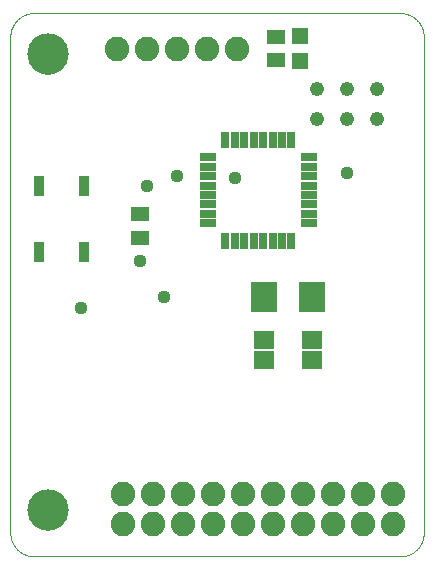
<source format=gts>
G75*
%MOIN*%
%OFA0B0*%
%FSLAX25Y25*%
%IPPOS*%
%LPD*%
%AMOC8*
5,1,8,0,0,1.08239X$1,22.5*
%
%ADD10C,0.00000*%
%ADD11C,0.08200*%
%ADD12C,0.04808*%
%ADD13R,0.06312X0.05131*%
%ADD14R,0.05524X0.05524*%
%ADD15R,0.03800X0.06800*%
%ADD16R,0.03000X0.05800*%
%ADD17R,0.05800X0.03000*%
%ADD18R,0.08674X0.10249*%
%ADD19R,0.06706X0.05918*%
%ADD20C,0.13800*%
%ADD21C,0.04369*%
D10*
X0001500Y0009374D02*
X0001500Y0174728D01*
X0001502Y0174918D01*
X0001509Y0175108D01*
X0001521Y0175298D01*
X0001537Y0175488D01*
X0001557Y0175677D01*
X0001583Y0175866D01*
X0001612Y0176054D01*
X0001647Y0176241D01*
X0001686Y0176427D01*
X0001729Y0176612D01*
X0001777Y0176797D01*
X0001829Y0176980D01*
X0001885Y0177161D01*
X0001946Y0177341D01*
X0002012Y0177520D01*
X0002081Y0177697D01*
X0002155Y0177873D01*
X0002233Y0178046D01*
X0002316Y0178218D01*
X0002402Y0178387D01*
X0002492Y0178555D01*
X0002587Y0178720D01*
X0002685Y0178883D01*
X0002788Y0179043D01*
X0002894Y0179201D01*
X0003004Y0179356D01*
X0003117Y0179509D01*
X0003235Y0179659D01*
X0003356Y0179805D01*
X0003480Y0179949D01*
X0003608Y0180090D01*
X0003739Y0180228D01*
X0003874Y0180363D01*
X0004012Y0180494D01*
X0004153Y0180622D01*
X0004297Y0180746D01*
X0004443Y0180867D01*
X0004593Y0180985D01*
X0004746Y0181098D01*
X0004901Y0181208D01*
X0005059Y0181314D01*
X0005219Y0181417D01*
X0005382Y0181515D01*
X0005547Y0181610D01*
X0005715Y0181700D01*
X0005884Y0181786D01*
X0006056Y0181869D01*
X0006229Y0181947D01*
X0006405Y0182021D01*
X0006582Y0182090D01*
X0006761Y0182156D01*
X0006941Y0182217D01*
X0007122Y0182273D01*
X0007305Y0182325D01*
X0007490Y0182373D01*
X0007675Y0182416D01*
X0007861Y0182455D01*
X0008048Y0182490D01*
X0008236Y0182519D01*
X0008425Y0182545D01*
X0008614Y0182565D01*
X0008804Y0182581D01*
X0008994Y0182593D01*
X0009184Y0182600D01*
X0009374Y0182602D01*
X0131421Y0182602D01*
X0131611Y0182600D01*
X0131801Y0182593D01*
X0131991Y0182581D01*
X0132181Y0182565D01*
X0132370Y0182545D01*
X0132559Y0182519D01*
X0132747Y0182490D01*
X0132934Y0182455D01*
X0133120Y0182416D01*
X0133305Y0182373D01*
X0133490Y0182325D01*
X0133673Y0182273D01*
X0133854Y0182217D01*
X0134034Y0182156D01*
X0134213Y0182090D01*
X0134390Y0182021D01*
X0134566Y0181947D01*
X0134739Y0181869D01*
X0134911Y0181786D01*
X0135080Y0181700D01*
X0135248Y0181610D01*
X0135413Y0181515D01*
X0135576Y0181417D01*
X0135736Y0181314D01*
X0135894Y0181208D01*
X0136049Y0181098D01*
X0136202Y0180985D01*
X0136352Y0180867D01*
X0136498Y0180746D01*
X0136642Y0180622D01*
X0136783Y0180494D01*
X0136921Y0180363D01*
X0137056Y0180228D01*
X0137187Y0180090D01*
X0137315Y0179949D01*
X0137439Y0179805D01*
X0137560Y0179659D01*
X0137678Y0179509D01*
X0137791Y0179356D01*
X0137901Y0179201D01*
X0138007Y0179043D01*
X0138110Y0178883D01*
X0138208Y0178720D01*
X0138303Y0178555D01*
X0138393Y0178387D01*
X0138479Y0178218D01*
X0138562Y0178046D01*
X0138640Y0177873D01*
X0138714Y0177697D01*
X0138783Y0177520D01*
X0138849Y0177341D01*
X0138910Y0177161D01*
X0138966Y0176980D01*
X0139018Y0176797D01*
X0139066Y0176612D01*
X0139109Y0176427D01*
X0139148Y0176241D01*
X0139183Y0176054D01*
X0139212Y0175866D01*
X0139238Y0175677D01*
X0139258Y0175488D01*
X0139274Y0175298D01*
X0139286Y0175108D01*
X0139293Y0174918D01*
X0139295Y0174728D01*
X0139295Y0009374D01*
X0139293Y0009184D01*
X0139286Y0008994D01*
X0139274Y0008804D01*
X0139258Y0008614D01*
X0139238Y0008425D01*
X0139212Y0008236D01*
X0139183Y0008048D01*
X0139148Y0007861D01*
X0139109Y0007675D01*
X0139066Y0007490D01*
X0139018Y0007305D01*
X0138966Y0007122D01*
X0138910Y0006941D01*
X0138849Y0006761D01*
X0138783Y0006582D01*
X0138714Y0006405D01*
X0138640Y0006229D01*
X0138562Y0006056D01*
X0138479Y0005884D01*
X0138393Y0005715D01*
X0138303Y0005547D01*
X0138208Y0005382D01*
X0138110Y0005219D01*
X0138007Y0005059D01*
X0137901Y0004901D01*
X0137791Y0004746D01*
X0137678Y0004593D01*
X0137560Y0004443D01*
X0137439Y0004297D01*
X0137315Y0004153D01*
X0137187Y0004012D01*
X0137056Y0003874D01*
X0136921Y0003739D01*
X0136783Y0003608D01*
X0136642Y0003480D01*
X0136498Y0003356D01*
X0136352Y0003235D01*
X0136202Y0003117D01*
X0136049Y0003004D01*
X0135894Y0002894D01*
X0135736Y0002788D01*
X0135576Y0002685D01*
X0135413Y0002587D01*
X0135248Y0002492D01*
X0135080Y0002402D01*
X0134911Y0002316D01*
X0134739Y0002233D01*
X0134566Y0002155D01*
X0134390Y0002081D01*
X0134213Y0002012D01*
X0134034Y0001946D01*
X0133854Y0001885D01*
X0133673Y0001829D01*
X0133490Y0001777D01*
X0133305Y0001729D01*
X0133120Y0001686D01*
X0132934Y0001647D01*
X0132747Y0001612D01*
X0132559Y0001583D01*
X0132370Y0001557D01*
X0132181Y0001537D01*
X0131991Y0001521D01*
X0131801Y0001509D01*
X0131611Y0001502D01*
X0131421Y0001500D01*
X0009374Y0001500D01*
X0009184Y0001502D01*
X0008994Y0001509D01*
X0008804Y0001521D01*
X0008614Y0001537D01*
X0008425Y0001557D01*
X0008236Y0001583D01*
X0008048Y0001612D01*
X0007861Y0001647D01*
X0007675Y0001686D01*
X0007490Y0001729D01*
X0007305Y0001777D01*
X0007122Y0001829D01*
X0006941Y0001885D01*
X0006761Y0001946D01*
X0006582Y0002012D01*
X0006405Y0002081D01*
X0006229Y0002155D01*
X0006056Y0002233D01*
X0005884Y0002316D01*
X0005715Y0002402D01*
X0005547Y0002492D01*
X0005382Y0002587D01*
X0005219Y0002685D01*
X0005059Y0002788D01*
X0004901Y0002894D01*
X0004746Y0003004D01*
X0004593Y0003117D01*
X0004443Y0003235D01*
X0004297Y0003356D01*
X0004153Y0003480D01*
X0004012Y0003608D01*
X0003874Y0003739D01*
X0003739Y0003874D01*
X0003608Y0004012D01*
X0003480Y0004153D01*
X0003356Y0004297D01*
X0003235Y0004443D01*
X0003117Y0004593D01*
X0003004Y0004746D01*
X0002894Y0004901D01*
X0002788Y0005059D01*
X0002685Y0005219D01*
X0002587Y0005382D01*
X0002492Y0005547D01*
X0002402Y0005715D01*
X0002316Y0005884D01*
X0002233Y0006056D01*
X0002155Y0006229D01*
X0002081Y0006405D01*
X0002012Y0006582D01*
X0001946Y0006761D01*
X0001885Y0006941D01*
X0001829Y0007122D01*
X0001777Y0007305D01*
X0001729Y0007490D01*
X0001686Y0007675D01*
X0001647Y0007861D01*
X0001612Y0008048D01*
X0001583Y0008236D01*
X0001557Y0008425D01*
X0001537Y0008614D01*
X0001521Y0008804D01*
X0001509Y0008994D01*
X0001502Y0009184D01*
X0001500Y0009374D01*
X0007441Y0016953D02*
X0007443Y0017114D01*
X0007449Y0017274D01*
X0007459Y0017435D01*
X0007473Y0017595D01*
X0007491Y0017755D01*
X0007512Y0017914D01*
X0007538Y0018073D01*
X0007568Y0018231D01*
X0007601Y0018388D01*
X0007639Y0018545D01*
X0007680Y0018700D01*
X0007725Y0018854D01*
X0007774Y0019007D01*
X0007827Y0019159D01*
X0007883Y0019310D01*
X0007944Y0019459D01*
X0008007Y0019607D01*
X0008075Y0019753D01*
X0008146Y0019897D01*
X0008220Y0020039D01*
X0008298Y0020180D01*
X0008380Y0020318D01*
X0008465Y0020455D01*
X0008553Y0020589D01*
X0008645Y0020721D01*
X0008740Y0020851D01*
X0008838Y0020979D01*
X0008939Y0021104D01*
X0009043Y0021226D01*
X0009150Y0021346D01*
X0009260Y0021463D01*
X0009373Y0021578D01*
X0009489Y0021689D01*
X0009608Y0021798D01*
X0009729Y0021903D01*
X0009853Y0022006D01*
X0009979Y0022106D01*
X0010107Y0022202D01*
X0010238Y0022295D01*
X0010372Y0022385D01*
X0010507Y0022472D01*
X0010645Y0022555D01*
X0010784Y0022635D01*
X0010926Y0022711D01*
X0011069Y0022784D01*
X0011214Y0022853D01*
X0011361Y0022919D01*
X0011509Y0022981D01*
X0011659Y0023039D01*
X0011810Y0023094D01*
X0011963Y0023145D01*
X0012117Y0023192D01*
X0012272Y0023235D01*
X0012428Y0023274D01*
X0012584Y0023310D01*
X0012742Y0023341D01*
X0012900Y0023369D01*
X0013059Y0023393D01*
X0013219Y0023413D01*
X0013379Y0023429D01*
X0013539Y0023441D01*
X0013700Y0023449D01*
X0013861Y0023453D01*
X0014021Y0023453D01*
X0014182Y0023449D01*
X0014343Y0023441D01*
X0014503Y0023429D01*
X0014663Y0023413D01*
X0014823Y0023393D01*
X0014982Y0023369D01*
X0015140Y0023341D01*
X0015298Y0023310D01*
X0015454Y0023274D01*
X0015610Y0023235D01*
X0015765Y0023192D01*
X0015919Y0023145D01*
X0016072Y0023094D01*
X0016223Y0023039D01*
X0016373Y0022981D01*
X0016521Y0022919D01*
X0016668Y0022853D01*
X0016813Y0022784D01*
X0016956Y0022711D01*
X0017098Y0022635D01*
X0017237Y0022555D01*
X0017375Y0022472D01*
X0017510Y0022385D01*
X0017644Y0022295D01*
X0017775Y0022202D01*
X0017903Y0022106D01*
X0018029Y0022006D01*
X0018153Y0021903D01*
X0018274Y0021798D01*
X0018393Y0021689D01*
X0018509Y0021578D01*
X0018622Y0021463D01*
X0018732Y0021346D01*
X0018839Y0021226D01*
X0018943Y0021104D01*
X0019044Y0020979D01*
X0019142Y0020851D01*
X0019237Y0020721D01*
X0019329Y0020589D01*
X0019417Y0020455D01*
X0019502Y0020318D01*
X0019584Y0020180D01*
X0019662Y0020039D01*
X0019736Y0019897D01*
X0019807Y0019753D01*
X0019875Y0019607D01*
X0019938Y0019459D01*
X0019999Y0019310D01*
X0020055Y0019159D01*
X0020108Y0019007D01*
X0020157Y0018854D01*
X0020202Y0018700D01*
X0020243Y0018545D01*
X0020281Y0018388D01*
X0020314Y0018231D01*
X0020344Y0018073D01*
X0020370Y0017914D01*
X0020391Y0017755D01*
X0020409Y0017595D01*
X0020423Y0017435D01*
X0020433Y0017274D01*
X0020439Y0017114D01*
X0020441Y0016953D01*
X0020439Y0016792D01*
X0020433Y0016632D01*
X0020423Y0016471D01*
X0020409Y0016311D01*
X0020391Y0016151D01*
X0020370Y0015992D01*
X0020344Y0015833D01*
X0020314Y0015675D01*
X0020281Y0015518D01*
X0020243Y0015361D01*
X0020202Y0015206D01*
X0020157Y0015052D01*
X0020108Y0014899D01*
X0020055Y0014747D01*
X0019999Y0014596D01*
X0019938Y0014447D01*
X0019875Y0014299D01*
X0019807Y0014153D01*
X0019736Y0014009D01*
X0019662Y0013867D01*
X0019584Y0013726D01*
X0019502Y0013588D01*
X0019417Y0013451D01*
X0019329Y0013317D01*
X0019237Y0013185D01*
X0019142Y0013055D01*
X0019044Y0012927D01*
X0018943Y0012802D01*
X0018839Y0012680D01*
X0018732Y0012560D01*
X0018622Y0012443D01*
X0018509Y0012328D01*
X0018393Y0012217D01*
X0018274Y0012108D01*
X0018153Y0012003D01*
X0018029Y0011900D01*
X0017903Y0011800D01*
X0017775Y0011704D01*
X0017644Y0011611D01*
X0017510Y0011521D01*
X0017375Y0011434D01*
X0017237Y0011351D01*
X0017098Y0011271D01*
X0016956Y0011195D01*
X0016813Y0011122D01*
X0016668Y0011053D01*
X0016521Y0010987D01*
X0016373Y0010925D01*
X0016223Y0010867D01*
X0016072Y0010812D01*
X0015919Y0010761D01*
X0015765Y0010714D01*
X0015610Y0010671D01*
X0015454Y0010632D01*
X0015298Y0010596D01*
X0015140Y0010565D01*
X0014982Y0010537D01*
X0014823Y0010513D01*
X0014663Y0010493D01*
X0014503Y0010477D01*
X0014343Y0010465D01*
X0014182Y0010457D01*
X0014021Y0010453D01*
X0013861Y0010453D01*
X0013700Y0010457D01*
X0013539Y0010465D01*
X0013379Y0010477D01*
X0013219Y0010493D01*
X0013059Y0010513D01*
X0012900Y0010537D01*
X0012742Y0010565D01*
X0012584Y0010596D01*
X0012428Y0010632D01*
X0012272Y0010671D01*
X0012117Y0010714D01*
X0011963Y0010761D01*
X0011810Y0010812D01*
X0011659Y0010867D01*
X0011509Y0010925D01*
X0011361Y0010987D01*
X0011214Y0011053D01*
X0011069Y0011122D01*
X0010926Y0011195D01*
X0010784Y0011271D01*
X0010645Y0011351D01*
X0010507Y0011434D01*
X0010372Y0011521D01*
X0010238Y0011611D01*
X0010107Y0011704D01*
X0009979Y0011800D01*
X0009853Y0011900D01*
X0009729Y0012003D01*
X0009608Y0012108D01*
X0009489Y0012217D01*
X0009373Y0012328D01*
X0009260Y0012443D01*
X0009150Y0012560D01*
X0009043Y0012680D01*
X0008939Y0012802D01*
X0008838Y0012927D01*
X0008740Y0013055D01*
X0008645Y0013185D01*
X0008553Y0013317D01*
X0008465Y0013451D01*
X0008380Y0013588D01*
X0008298Y0013726D01*
X0008220Y0013867D01*
X0008146Y0014009D01*
X0008075Y0014153D01*
X0008007Y0014299D01*
X0007944Y0014447D01*
X0007883Y0014596D01*
X0007827Y0014747D01*
X0007774Y0014899D01*
X0007725Y0015052D01*
X0007680Y0015206D01*
X0007639Y0015361D01*
X0007601Y0015518D01*
X0007568Y0015675D01*
X0007538Y0015833D01*
X0007512Y0015992D01*
X0007491Y0016151D01*
X0007473Y0016311D01*
X0007459Y0016471D01*
X0007449Y0016632D01*
X0007443Y0016792D01*
X0007441Y0016953D01*
X0007441Y0168921D02*
X0007443Y0169082D01*
X0007449Y0169242D01*
X0007459Y0169403D01*
X0007473Y0169563D01*
X0007491Y0169723D01*
X0007512Y0169882D01*
X0007538Y0170041D01*
X0007568Y0170199D01*
X0007601Y0170356D01*
X0007639Y0170513D01*
X0007680Y0170668D01*
X0007725Y0170822D01*
X0007774Y0170975D01*
X0007827Y0171127D01*
X0007883Y0171278D01*
X0007944Y0171427D01*
X0008007Y0171575D01*
X0008075Y0171721D01*
X0008146Y0171865D01*
X0008220Y0172007D01*
X0008298Y0172148D01*
X0008380Y0172286D01*
X0008465Y0172423D01*
X0008553Y0172557D01*
X0008645Y0172689D01*
X0008740Y0172819D01*
X0008838Y0172947D01*
X0008939Y0173072D01*
X0009043Y0173194D01*
X0009150Y0173314D01*
X0009260Y0173431D01*
X0009373Y0173546D01*
X0009489Y0173657D01*
X0009608Y0173766D01*
X0009729Y0173871D01*
X0009853Y0173974D01*
X0009979Y0174074D01*
X0010107Y0174170D01*
X0010238Y0174263D01*
X0010372Y0174353D01*
X0010507Y0174440D01*
X0010645Y0174523D01*
X0010784Y0174603D01*
X0010926Y0174679D01*
X0011069Y0174752D01*
X0011214Y0174821D01*
X0011361Y0174887D01*
X0011509Y0174949D01*
X0011659Y0175007D01*
X0011810Y0175062D01*
X0011963Y0175113D01*
X0012117Y0175160D01*
X0012272Y0175203D01*
X0012428Y0175242D01*
X0012584Y0175278D01*
X0012742Y0175309D01*
X0012900Y0175337D01*
X0013059Y0175361D01*
X0013219Y0175381D01*
X0013379Y0175397D01*
X0013539Y0175409D01*
X0013700Y0175417D01*
X0013861Y0175421D01*
X0014021Y0175421D01*
X0014182Y0175417D01*
X0014343Y0175409D01*
X0014503Y0175397D01*
X0014663Y0175381D01*
X0014823Y0175361D01*
X0014982Y0175337D01*
X0015140Y0175309D01*
X0015298Y0175278D01*
X0015454Y0175242D01*
X0015610Y0175203D01*
X0015765Y0175160D01*
X0015919Y0175113D01*
X0016072Y0175062D01*
X0016223Y0175007D01*
X0016373Y0174949D01*
X0016521Y0174887D01*
X0016668Y0174821D01*
X0016813Y0174752D01*
X0016956Y0174679D01*
X0017098Y0174603D01*
X0017237Y0174523D01*
X0017375Y0174440D01*
X0017510Y0174353D01*
X0017644Y0174263D01*
X0017775Y0174170D01*
X0017903Y0174074D01*
X0018029Y0173974D01*
X0018153Y0173871D01*
X0018274Y0173766D01*
X0018393Y0173657D01*
X0018509Y0173546D01*
X0018622Y0173431D01*
X0018732Y0173314D01*
X0018839Y0173194D01*
X0018943Y0173072D01*
X0019044Y0172947D01*
X0019142Y0172819D01*
X0019237Y0172689D01*
X0019329Y0172557D01*
X0019417Y0172423D01*
X0019502Y0172286D01*
X0019584Y0172148D01*
X0019662Y0172007D01*
X0019736Y0171865D01*
X0019807Y0171721D01*
X0019875Y0171575D01*
X0019938Y0171427D01*
X0019999Y0171278D01*
X0020055Y0171127D01*
X0020108Y0170975D01*
X0020157Y0170822D01*
X0020202Y0170668D01*
X0020243Y0170513D01*
X0020281Y0170356D01*
X0020314Y0170199D01*
X0020344Y0170041D01*
X0020370Y0169882D01*
X0020391Y0169723D01*
X0020409Y0169563D01*
X0020423Y0169403D01*
X0020433Y0169242D01*
X0020439Y0169082D01*
X0020441Y0168921D01*
X0020439Y0168760D01*
X0020433Y0168600D01*
X0020423Y0168439D01*
X0020409Y0168279D01*
X0020391Y0168119D01*
X0020370Y0167960D01*
X0020344Y0167801D01*
X0020314Y0167643D01*
X0020281Y0167486D01*
X0020243Y0167329D01*
X0020202Y0167174D01*
X0020157Y0167020D01*
X0020108Y0166867D01*
X0020055Y0166715D01*
X0019999Y0166564D01*
X0019938Y0166415D01*
X0019875Y0166267D01*
X0019807Y0166121D01*
X0019736Y0165977D01*
X0019662Y0165835D01*
X0019584Y0165694D01*
X0019502Y0165556D01*
X0019417Y0165419D01*
X0019329Y0165285D01*
X0019237Y0165153D01*
X0019142Y0165023D01*
X0019044Y0164895D01*
X0018943Y0164770D01*
X0018839Y0164648D01*
X0018732Y0164528D01*
X0018622Y0164411D01*
X0018509Y0164296D01*
X0018393Y0164185D01*
X0018274Y0164076D01*
X0018153Y0163971D01*
X0018029Y0163868D01*
X0017903Y0163768D01*
X0017775Y0163672D01*
X0017644Y0163579D01*
X0017510Y0163489D01*
X0017375Y0163402D01*
X0017237Y0163319D01*
X0017098Y0163239D01*
X0016956Y0163163D01*
X0016813Y0163090D01*
X0016668Y0163021D01*
X0016521Y0162955D01*
X0016373Y0162893D01*
X0016223Y0162835D01*
X0016072Y0162780D01*
X0015919Y0162729D01*
X0015765Y0162682D01*
X0015610Y0162639D01*
X0015454Y0162600D01*
X0015298Y0162564D01*
X0015140Y0162533D01*
X0014982Y0162505D01*
X0014823Y0162481D01*
X0014663Y0162461D01*
X0014503Y0162445D01*
X0014343Y0162433D01*
X0014182Y0162425D01*
X0014021Y0162421D01*
X0013861Y0162421D01*
X0013700Y0162425D01*
X0013539Y0162433D01*
X0013379Y0162445D01*
X0013219Y0162461D01*
X0013059Y0162481D01*
X0012900Y0162505D01*
X0012742Y0162533D01*
X0012584Y0162564D01*
X0012428Y0162600D01*
X0012272Y0162639D01*
X0012117Y0162682D01*
X0011963Y0162729D01*
X0011810Y0162780D01*
X0011659Y0162835D01*
X0011509Y0162893D01*
X0011361Y0162955D01*
X0011214Y0163021D01*
X0011069Y0163090D01*
X0010926Y0163163D01*
X0010784Y0163239D01*
X0010645Y0163319D01*
X0010507Y0163402D01*
X0010372Y0163489D01*
X0010238Y0163579D01*
X0010107Y0163672D01*
X0009979Y0163768D01*
X0009853Y0163868D01*
X0009729Y0163971D01*
X0009608Y0164076D01*
X0009489Y0164185D01*
X0009373Y0164296D01*
X0009260Y0164411D01*
X0009150Y0164528D01*
X0009043Y0164648D01*
X0008939Y0164770D01*
X0008838Y0164895D01*
X0008740Y0165023D01*
X0008645Y0165153D01*
X0008553Y0165285D01*
X0008465Y0165419D01*
X0008380Y0165556D01*
X0008298Y0165694D01*
X0008220Y0165835D01*
X0008146Y0165977D01*
X0008075Y0166121D01*
X0008007Y0166267D01*
X0007944Y0166415D01*
X0007883Y0166564D01*
X0007827Y0166715D01*
X0007774Y0166867D01*
X0007725Y0167020D01*
X0007680Y0167174D01*
X0007639Y0167329D01*
X0007601Y0167486D01*
X0007568Y0167643D01*
X0007538Y0167801D01*
X0007512Y0167960D01*
X0007491Y0168119D01*
X0007473Y0168279D01*
X0007459Y0168439D01*
X0007449Y0168600D01*
X0007443Y0168760D01*
X0007441Y0168921D01*
D11*
X0036933Y0170791D03*
X0046933Y0170791D03*
X0056933Y0170791D03*
X0066933Y0170791D03*
X0076933Y0170791D03*
X0079177Y0022248D03*
X0079177Y0012248D03*
X0069177Y0012248D03*
X0069177Y0022248D03*
X0059177Y0022248D03*
X0059177Y0012248D03*
X0049177Y0012248D03*
X0049177Y0022248D03*
X0039177Y0022248D03*
X0039177Y0012248D03*
X0089177Y0012248D03*
X0089177Y0022248D03*
X0099177Y0022248D03*
X0099177Y0012248D03*
X0109177Y0012248D03*
X0109177Y0022248D03*
X0119177Y0022248D03*
X0119177Y0012248D03*
X0129177Y0012248D03*
X0129177Y0022248D03*
D12*
X0123823Y0147248D03*
X0123823Y0157248D03*
X0113823Y0157248D03*
X0113823Y0147248D03*
X0103823Y0147248D03*
X0103823Y0157248D03*
D13*
X0090083Y0166854D03*
X0090083Y0174728D03*
X0044807Y0115673D03*
X0044807Y0107799D03*
D14*
X0097957Y0166657D03*
X0097957Y0174925D03*
D15*
X0026087Y0124902D03*
X0011087Y0124902D03*
X0011087Y0102902D03*
X0026087Y0102902D03*
D16*
X0073154Y0106647D03*
X0076303Y0106647D03*
X0079453Y0106647D03*
X0082602Y0106647D03*
X0085752Y0106647D03*
X0088902Y0106647D03*
X0092051Y0106647D03*
X0095201Y0106647D03*
X0095201Y0140447D03*
X0092051Y0140447D03*
X0088902Y0140447D03*
X0085752Y0140447D03*
X0082602Y0140447D03*
X0079453Y0140447D03*
X0076303Y0140447D03*
X0073154Y0140447D03*
D17*
X0067277Y0134571D03*
X0067277Y0131421D03*
X0067277Y0128272D03*
X0067277Y0125122D03*
X0067277Y0121972D03*
X0067277Y0118823D03*
X0067277Y0115673D03*
X0067277Y0112524D03*
X0101077Y0112524D03*
X0101077Y0115673D03*
X0101077Y0118823D03*
X0101077Y0121972D03*
X0101077Y0125122D03*
X0101077Y0128272D03*
X0101077Y0131421D03*
X0101077Y0134571D03*
D18*
X0101894Y0088114D03*
X0086146Y0088114D03*
D19*
X0086146Y0073744D03*
X0086146Y0067051D03*
X0101894Y0067051D03*
X0101894Y0073744D03*
D20*
X0013941Y0016953D03*
X0013941Y0168921D03*
D21*
X0046933Y0125122D03*
X0056933Y0128272D03*
X0076303Y0127484D03*
X0052681Y0088114D03*
X0044807Y0099925D03*
X0025122Y0084177D03*
X0113705Y0129453D03*
M02*

</source>
